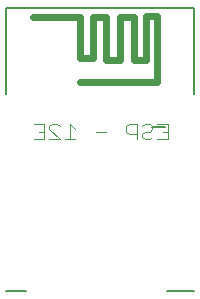
<source format=gbo>
G75*
%MOIN*%
%OFA0B0*%
%FSLAX25Y25*%
%IPPOS*%
%LPD*%
%AMOC8*
5,1,8,0,0,1.08239X$1,22.5*
%
%ADD10C,0.00600*%
%ADD11C,0.00500*%
%ADD12C,0.02400*%
%ADD13C,0.00400*%
D10*
X0204600Y0177803D02*
X0208870Y0177803D01*
D11*
X0162391Y0123217D02*
X0155698Y0123217D01*
X0209635Y0123217D02*
X0218690Y0123217D01*
X0218690Y0188965D02*
X0218690Y0217706D01*
X0155698Y0217706D01*
X0155698Y0188965D01*
D12*
X0180501Y0192902D02*
X0206091Y0192902D01*
X0206091Y0195265D01*
X0206091Y0195658D02*
X0206091Y0214950D01*
X0202548Y0214950D01*
X0202548Y0200383D01*
X0198611Y0200383D01*
X0198611Y0214556D01*
X0193887Y0214556D01*
X0193887Y0200383D01*
X0189162Y0200383D01*
X0189162Y0214556D01*
X0184831Y0214556D01*
X0184831Y0200776D01*
X0180501Y0200776D01*
X0180501Y0214556D01*
X0164753Y0214556D01*
D13*
X0165083Y0179015D02*
X0168553Y0179015D01*
X0168553Y0173811D01*
X0165083Y0173811D01*
X0166818Y0176413D02*
X0168553Y0176413D01*
X0170239Y0177281D02*
X0170239Y0178148D01*
X0171107Y0179015D01*
X0172842Y0179015D01*
X0173709Y0178148D01*
X0177131Y0179015D02*
X0177131Y0173811D01*
X0178865Y0173811D02*
X0175396Y0173811D01*
X0173709Y0173811D02*
X0170239Y0177281D01*
X0170239Y0173811D02*
X0173709Y0173811D01*
X0178865Y0177281D02*
X0177131Y0179015D01*
X0185709Y0176413D02*
X0189178Y0176413D01*
X0196021Y0176413D02*
X0196889Y0175546D01*
X0199491Y0175546D01*
X0201178Y0175546D02*
X0201178Y0174678D01*
X0202045Y0173811D01*
X0203780Y0173811D01*
X0204647Y0174678D01*
X0206334Y0173811D02*
X0209804Y0173811D01*
X0209804Y0179015D01*
X0206334Y0179015D01*
X0204647Y0178148D02*
X0203780Y0179015D01*
X0202045Y0179015D01*
X0201178Y0178148D01*
X0199491Y0179015D02*
X0199491Y0173811D01*
X0201178Y0175546D02*
X0202045Y0176413D01*
X0203780Y0176413D01*
X0204647Y0177281D01*
X0204647Y0178148D01*
X0208069Y0176413D02*
X0209804Y0176413D01*
X0199491Y0179015D02*
X0196889Y0179015D01*
X0196021Y0178148D01*
X0196021Y0176413D01*
M02*

</source>
